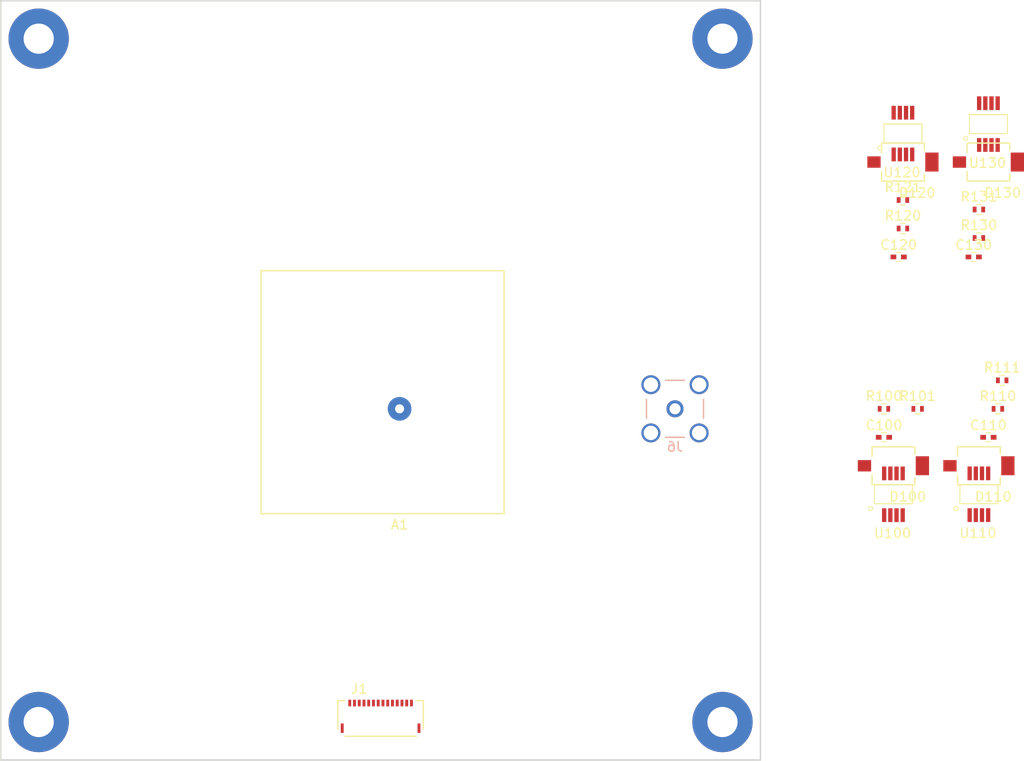
<source format=kicad_pcb>
(kicad_pcb (version 4) (host pcbnew 4.0.7-e2-6376~58~ubuntu16.04.1)

  (general
    (links 62)
    (no_connects 22)
    (area 109.924999 59.924999 190.075001 140.075001)
    (thickness 1.6)
    (drawings 4)
    (tracks 0)
    (zones 0)
    (modules 27)
    (nets 18)
  )

  (page A4)
  (layers
    (0 F.Cu signal)
    (31 B.Cu signal)
    (32 B.Adhes user)
    (33 F.Adhes user)
    (34 B.Paste user)
    (35 F.Paste user)
    (36 B.SilkS user)
    (37 F.SilkS user)
    (38 B.Mask user)
    (39 F.Mask user)
    (40 Dwgs.User user)
    (41 Cmts.User user)
    (42 Eco1.User user)
    (43 Eco2.User user)
    (44 Edge.Cuts user)
    (45 Margin user)
    (46 B.CrtYd user)
    (47 F.CrtYd user)
    (48 B.Fab user)
    (49 F.Fab user)
  )

  (setup
    (last_trace_width 0.25)
    (trace_clearance 0.2)
    (zone_clearance 0.508)
    (zone_45_only no)
    (trace_min 0.2)
    (segment_width 0.2)
    (edge_width 0.15)
    (via_size 0.6)
    (via_drill 0.4)
    (via_min_size 0.4)
    (via_min_drill 0.3)
    (uvia_size 0.3)
    (uvia_drill 0.1)
    (uvias_allowed no)
    (uvia_min_size 0.2)
    (uvia_min_drill 0.1)
    (pcb_text_width 0.3)
    (pcb_text_size 1.5 1.5)
    (mod_edge_width 0.15)
    (mod_text_size 1 1)
    (mod_text_width 0.15)
    (pad_size 1.524 1.524)
    (pad_drill 0.762)
    (pad_to_mask_clearance 0.2)
    (aux_axis_origin 0 0)
    (visible_elements FFFFFF7F)
    (pcbplotparams
      (layerselection 0x00030_80000001)
      (usegerberextensions false)
      (excludeedgelayer true)
      (linewidth 0.100000)
      (plotframeref false)
      (viasonmask false)
      (mode 1)
      (useauxorigin false)
      (hpglpennumber 1)
      (hpglpenspeed 20)
      (hpglpendiameter 15)
      (hpglpenoverlay 2)
      (psnegative false)
      (psa4output false)
      (plotreference true)
      (plotvalue true)
      (plotinvisibletext false)
      (padsonsilk false)
      (subtractmaskfromsilk false)
      (outputformat 1)
      (mirror false)
      (drillshape 1)
      (scaleselection 1)
      (outputdirectory ""))
  )

  (net 0 "")
  (net 1 "Net-(A1-Pad1)")
  (net 2 /D1)
  (net 3 "Net-(C100-Pad2)")
  (net 4 /D2)
  (net 5 "Net-(C110-Pad2)")
  (net 6 /D3)
  (net 7 "Net-(C120-Pad2)")
  (net 8 /D4)
  (net 9 "Net-(C130-Pad2)")
  (net 10 GND)
  (net 11 "Net-(J1-Pad5)")
  (net 12 "Net-(J1-Pad4)")
  (net 13 "Net-(J1-Pad3)")
  (net 14 /3V3)
  (net 15 "Net-(J1-Pad11)")
  (net 16 "Net-(J1-Pad12)")
  (net 17 "Net-(J1-Pad10)")

  (net_class Default "This is the default net class."
    (clearance 0.2)
    (trace_width 0.25)
    (via_dia 0.6)
    (via_drill 0.4)
    (uvia_dia 0.3)
    (uvia_drill 0.1)
    (add_net /3V3)
    (add_net /D1)
    (add_net /D2)
    (add_net /D3)
    (add_net /D4)
    (add_net GND)
    (add_net "Net-(A1-Pad1)")
    (add_net "Net-(C100-Pad2)")
    (add_net "Net-(C110-Pad2)")
    (add_net "Net-(C120-Pad2)")
    (add_net "Net-(C130-Pad2)")
    (add_net "Net-(J1-Pad10)")
    (add_net "Net-(J1-Pad11)")
    (add_net "Net-(J1-Pad12)")
    (add_net "Net-(J1-Pad3)")
    (add_net "Net-(J1-Pad4)")
    (add_net "Net-(J1-Pad5)")
  )

  (module SFUSat:GPS_ANT_4mm (layer F.Cu) (tedit 5A8FACB5) (tstamp 5A922F4F)
    (at 152 103)
    (path /5A926FA1)
    (fp_text reference A1 (at 0 12.2) (layer F.SilkS)
      (effects (font (size 1 1) (thickness 0.15)))
    )
    (fp_text value GPS_ANTENNA (at 0 -3.2) (layer F.Fab)
      (effects (font (size 1 1) (thickness 0.15)))
    )
    (fp_line (start 11 -14.55) (end -14.6 -14.55) (layer F.SilkS) (width 0.15))
    (fp_line (start 11 11.05) (end 11 -14.55) (layer F.SilkS) (width 0.15))
    (fp_line (start -14.6 -14.55) (end -14.6 11.05) (layer F.SilkS) (width 0.15))
    (fp_line (start -14.6 11.05) (end 11 11.05) (layer F.SilkS) (width 0.15))
    (pad 1 thru_hole circle (at 0 0) (size 1.524 1.524) (drill 0.95) (layers *.Cu *.Mask)
      (net 1 "Net-(A1-Pad1)") (clearance 2.05))
    (pad 1 smd circle (at 0 0) (size 2.5 2.5) (layers B.Cu B.Mask)
      (net 1 "Net-(A1-Pad1)") (clearance 1.5))
    (model ../../../../../home/tobi/Cubesat/z-panel/KiCad-Lib/SFUSat.pretty/APAE1575R2540BBDB1-T.wrl
      (at (xyz 0 0 0))
      (scale (xyz 1 1 1))
      (rotate (xyz 0 0 0))
    )
  )

  (module Capacitors_SMD:C_0402 (layer F.Cu) (tedit 58AA841A) (tstamp 5A922F55)
    (at 203 106)
    (descr "Capacitor SMD 0402, reflow soldering, AVX (see smccp.pdf)")
    (tags "capacitor 0402")
    (path /5A927253/5A76FE15)
    (attr smd)
    (fp_text reference C100 (at 0 -1.27) (layer F.SilkS)
      (effects (font (size 1 1) (thickness 0.15)))
    )
    (fp_text value 0.1uF (at 0 1.27) (layer F.Fab)
      (effects (font (size 1 1) (thickness 0.15)))
    )
    (fp_text user %R (at 0 -1.27) (layer F.Fab)
      (effects (font (size 1 1) (thickness 0.15)))
    )
    (fp_line (start -0.5 0.25) (end -0.5 -0.25) (layer F.Fab) (width 0.1))
    (fp_line (start 0.5 0.25) (end -0.5 0.25) (layer F.Fab) (width 0.1))
    (fp_line (start 0.5 -0.25) (end 0.5 0.25) (layer F.Fab) (width 0.1))
    (fp_line (start -0.5 -0.25) (end 0.5 -0.25) (layer F.Fab) (width 0.1))
    (fp_line (start 0.25 -0.47) (end -0.25 -0.47) (layer F.SilkS) (width 0.12))
    (fp_line (start -0.25 0.47) (end 0.25 0.47) (layer F.SilkS) (width 0.12))
    (fp_line (start -1 -0.4) (end 1 -0.4) (layer F.CrtYd) (width 0.05))
    (fp_line (start -1 -0.4) (end -1 0.4) (layer F.CrtYd) (width 0.05))
    (fp_line (start 1 0.4) (end 1 -0.4) (layer F.CrtYd) (width 0.05))
    (fp_line (start 1 0.4) (end -1 0.4) (layer F.CrtYd) (width 0.05))
    (pad 1 smd rect (at -0.55 0) (size 0.6 0.5) (layers F.Cu F.Paste F.Mask)
      (net 2 /D1))
    (pad 2 smd rect (at 0.55 0) (size 0.6 0.5) (layers F.Cu F.Paste F.Mask)
      (net 3 "Net-(C100-Pad2)"))
    (model Capacitors_SMD.3dshapes/C_0402.wrl
      (at (xyz 0 0 0))
      (scale (xyz 1 1 1))
      (rotate (xyz 0 0 0))
    )
  )

  (module Capacitors_SMD:C_0402 (layer F.Cu) (tedit 58AA841A) (tstamp 5A922F5B)
    (at 214 106)
    (descr "Capacitor SMD 0402, reflow soldering, AVX (see smccp.pdf)")
    (tags "capacitor 0402")
    (path /5A9279CE/5A76FE15)
    (attr smd)
    (fp_text reference C110 (at 0 -1.27) (layer F.SilkS)
      (effects (font (size 1 1) (thickness 0.15)))
    )
    (fp_text value 0.1uF (at 0 1.27) (layer F.Fab)
      (effects (font (size 1 1) (thickness 0.15)))
    )
    (fp_text user %R (at 0 -1.27) (layer F.Fab)
      (effects (font (size 1 1) (thickness 0.15)))
    )
    (fp_line (start -0.5 0.25) (end -0.5 -0.25) (layer F.Fab) (width 0.1))
    (fp_line (start 0.5 0.25) (end -0.5 0.25) (layer F.Fab) (width 0.1))
    (fp_line (start 0.5 -0.25) (end 0.5 0.25) (layer F.Fab) (width 0.1))
    (fp_line (start -0.5 -0.25) (end 0.5 -0.25) (layer F.Fab) (width 0.1))
    (fp_line (start 0.25 -0.47) (end -0.25 -0.47) (layer F.SilkS) (width 0.12))
    (fp_line (start -0.25 0.47) (end 0.25 0.47) (layer F.SilkS) (width 0.12))
    (fp_line (start -1 -0.4) (end 1 -0.4) (layer F.CrtYd) (width 0.05))
    (fp_line (start -1 -0.4) (end -1 0.4) (layer F.CrtYd) (width 0.05))
    (fp_line (start 1 0.4) (end 1 -0.4) (layer F.CrtYd) (width 0.05))
    (fp_line (start 1 0.4) (end -1 0.4) (layer F.CrtYd) (width 0.05))
    (pad 1 smd rect (at -0.55 0) (size 0.6 0.5) (layers F.Cu F.Paste F.Mask)
      (net 4 /D2))
    (pad 2 smd rect (at 0.55 0) (size 0.6 0.5) (layers F.Cu F.Paste F.Mask)
      (net 5 "Net-(C110-Pad2)"))
    (model Capacitors_SMD.3dshapes/C_0402.wrl
      (at (xyz 0 0 0))
      (scale (xyz 1 1 1))
      (rotate (xyz 0 0 0))
    )
  )

  (module Capacitors_SMD:C_0402 (layer F.Cu) (tedit 58AA841A) (tstamp 5A922F61)
    (at 204.55 87)
    (descr "Capacitor SMD 0402, reflow soldering, AVX (see smccp.pdf)")
    (tags "capacitor 0402")
    (path /5A9312AE/5A76FE15)
    (attr smd)
    (fp_text reference C120 (at 0 -1.27) (layer F.SilkS)
      (effects (font (size 1 1) (thickness 0.15)))
    )
    (fp_text value 0.1uF (at 0 1.27) (layer F.Fab)
      (effects (font (size 1 1) (thickness 0.15)))
    )
    (fp_text user %R (at 0 -1.27) (layer F.Fab)
      (effects (font (size 1 1) (thickness 0.15)))
    )
    (fp_line (start -0.5 0.25) (end -0.5 -0.25) (layer F.Fab) (width 0.1))
    (fp_line (start 0.5 0.25) (end -0.5 0.25) (layer F.Fab) (width 0.1))
    (fp_line (start 0.5 -0.25) (end 0.5 0.25) (layer F.Fab) (width 0.1))
    (fp_line (start -0.5 -0.25) (end 0.5 -0.25) (layer F.Fab) (width 0.1))
    (fp_line (start 0.25 -0.47) (end -0.25 -0.47) (layer F.SilkS) (width 0.12))
    (fp_line (start -0.25 0.47) (end 0.25 0.47) (layer F.SilkS) (width 0.12))
    (fp_line (start -1 -0.4) (end 1 -0.4) (layer F.CrtYd) (width 0.05))
    (fp_line (start -1 -0.4) (end -1 0.4) (layer F.CrtYd) (width 0.05))
    (fp_line (start 1 0.4) (end 1 -0.4) (layer F.CrtYd) (width 0.05))
    (fp_line (start 1 0.4) (end -1 0.4) (layer F.CrtYd) (width 0.05))
    (pad 1 smd rect (at -0.55 0) (size 0.6 0.5) (layers F.Cu F.Paste F.Mask)
      (net 6 /D3))
    (pad 2 smd rect (at 0.55 0) (size 0.6 0.5) (layers F.Cu F.Paste F.Mask)
      (net 7 "Net-(C120-Pad2)"))
    (model Capacitors_SMD.3dshapes/C_0402.wrl
      (at (xyz 0 0 0))
      (scale (xyz 1 1 1))
      (rotate (xyz 0 0 0))
    )
  )

  (module Capacitors_SMD:C_0402 (layer F.Cu) (tedit 58AA841A) (tstamp 5A922F67)
    (at 212.45 87)
    (descr "Capacitor SMD 0402, reflow soldering, AVX (see smccp.pdf)")
    (tags "capacitor 0402")
    (path /5A9312B2/5A76FE15)
    (attr smd)
    (fp_text reference C130 (at 0 -1.27) (layer F.SilkS)
      (effects (font (size 1 1) (thickness 0.15)))
    )
    (fp_text value 0.1uF (at 0 1.27) (layer F.Fab)
      (effects (font (size 1 1) (thickness 0.15)))
    )
    (fp_text user %R (at 0 -1.27) (layer F.Fab)
      (effects (font (size 1 1) (thickness 0.15)))
    )
    (fp_line (start -0.5 0.25) (end -0.5 -0.25) (layer F.Fab) (width 0.1))
    (fp_line (start 0.5 0.25) (end -0.5 0.25) (layer F.Fab) (width 0.1))
    (fp_line (start 0.5 -0.25) (end 0.5 0.25) (layer F.Fab) (width 0.1))
    (fp_line (start -0.5 -0.25) (end 0.5 -0.25) (layer F.Fab) (width 0.1))
    (fp_line (start 0.25 -0.47) (end -0.25 -0.47) (layer F.SilkS) (width 0.12))
    (fp_line (start -0.25 0.47) (end 0.25 0.47) (layer F.SilkS) (width 0.12))
    (fp_line (start -1 -0.4) (end 1 -0.4) (layer F.CrtYd) (width 0.05))
    (fp_line (start -1 -0.4) (end -1 0.4) (layer F.CrtYd) (width 0.05))
    (fp_line (start 1 0.4) (end 1 -0.4) (layer F.CrtYd) (width 0.05))
    (fp_line (start 1 0.4) (end -1 0.4) (layer F.CrtYd) (width 0.05))
    (pad 1 smd rect (at -0.55 0) (size 0.6 0.5) (layers F.Cu F.Paste F.Mask)
      (net 8 /D4))
    (pad 2 smd rect (at 0.55 0) (size 0.6 0.5) (layers F.Cu F.Paste F.Mask)
      (net 9 "Net-(C130-Pad2)"))
    (model Capacitors_SMD.3dshapes/C_0402.wrl
      (at (xyz 0 0 0))
      (scale (xyz 1 1 1))
      (rotate (xyz 0 0 0))
    )
  )

  (module SFUSat:SFH2430 (layer F.Cu) (tedit 5A72BCD3) (tstamp 5A922F77)
    (at 204 109)
    (path /5A927253/5A76FB31)
    (fp_text reference D100 (at 1.5 3.25) (layer F.SilkS)
      (effects (font (size 1 1) (thickness 0.15)))
    )
    (fp_text value D_Photo (at 0 -3) (layer F.Fab)
      (effects (font (size 1 1) (thickness 0.15)))
    )
    (fp_line (start 0.75 -1.25) (end -1.75 -1.25) (layer F.CrtYd) (width 0.15))
    (fp_line (start 0.75 1.25) (end 0.75 -1.25) (layer F.CrtYd) (width 0.15))
    (fp_line (start -1.75 1.25) (end 0.75 1.25) (layer F.CrtYd) (width 0.15))
    (fp_line (start -1.75 -1.25) (end -1.75 1.25) (layer F.CrtYd) (width 0.15))
    (fp_line (start 2.25 1.25) (end 2.25 2) (layer F.SilkS) (width 0.15))
    (fp_line (start 2.25 -2) (end 2.25 -1.25) (layer F.SilkS) (width 0.15))
    (fp_line (start -2.25 -1) (end -2.25 -2) (layer F.SilkS) (width 0.15))
    (fp_line (start -2.25 2) (end -2.25 1) (layer F.SilkS) (width 0.15))
    (fp_line (start -2.25 -2) (end 2.25 -2) (layer F.SilkS) (width 0.15))
    (fp_line (start -2.25 2) (end 2.25 2) (layer F.SilkS) (width 0.15))
    (pad 2 smd rect (at -3.05 0) (size 1.4 1.2) (layers F.Cu F.Paste F.Mask)
      (net 10 GND))
    (pad 1 smd rect (at 3.05 0) (size 1.4 2) (layers F.Cu F.Paste F.Mask)
      (net 3 "Net-(C100-Pad2)"))
  )

  (module SFUSat:SFH2430 (layer F.Cu) (tedit 5A72BCD3) (tstamp 5A922F87)
    (at 213 109)
    (path /5A9279CE/5A76FB31)
    (fp_text reference D110 (at 1.5 3.25) (layer F.SilkS)
      (effects (font (size 1 1) (thickness 0.15)))
    )
    (fp_text value D_Photo (at 0 -3) (layer F.Fab)
      (effects (font (size 1 1) (thickness 0.15)))
    )
    (fp_line (start 0.75 -1.25) (end -1.75 -1.25) (layer F.CrtYd) (width 0.15))
    (fp_line (start 0.75 1.25) (end 0.75 -1.25) (layer F.CrtYd) (width 0.15))
    (fp_line (start -1.75 1.25) (end 0.75 1.25) (layer F.CrtYd) (width 0.15))
    (fp_line (start -1.75 -1.25) (end -1.75 1.25) (layer F.CrtYd) (width 0.15))
    (fp_line (start 2.25 1.25) (end 2.25 2) (layer F.SilkS) (width 0.15))
    (fp_line (start 2.25 -2) (end 2.25 -1.25) (layer F.SilkS) (width 0.15))
    (fp_line (start -2.25 -1) (end -2.25 -2) (layer F.SilkS) (width 0.15))
    (fp_line (start -2.25 2) (end -2.25 1) (layer F.SilkS) (width 0.15))
    (fp_line (start -2.25 -2) (end 2.25 -2) (layer F.SilkS) (width 0.15))
    (fp_line (start -2.25 2) (end 2.25 2) (layer F.SilkS) (width 0.15))
    (pad 2 smd rect (at -3.05 0) (size 1.4 1.2) (layers F.Cu F.Paste F.Mask)
      (net 10 GND))
    (pad 1 smd rect (at 3.05 0) (size 1.4 2) (layers F.Cu F.Paste F.Mask)
      (net 5 "Net-(C110-Pad2)"))
  )

  (module SFUSat:SFH2430 (layer F.Cu) (tedit 5A72BCD3) (tstamp 5A922F97)
    (at 205 77)
    (path /5A9312AE/5A76FB31)
    (fp_text reference D120 (at 1.5 3.25) (layer F.SilkS)
      (effects (font (size 1 1) (thickness 0.15)))
    )
    (fp_text value D_Photo (at 0 -3) (layer F.Fab)
      (effects (font (size 1 1) (thickness 0.15)))
    )
    (fp_line (start 0.75 -1.25) (end -1.75 -1.25) (layer F.CrtYd) (width 0.15))
    (fp_line (start 0.75 1.25) (end 0.75 -1.25) (layer F.CrtYd) (width 0.15))
    (fp_line (start -1.75 1.25) (end 0.75 1.25) (layer F.CrtYd) (width 0.15))
    (fp_line (start -1.75 -1.25) (end -1.75 1.25) (layer F.CrtYd) (width 0.15))
    (fp_line (start 2.25 1.25) (end 2.25 2) (layer F.SilkS) (width 0.15))
    (fp_line (start 2.25 -2) (end 2.25 -1.25) (layer F.SilkS) (width 0.15))
    (fp_line (start -2.25 -1) (end -2.25 -2) (layer F.SilkS) (width 0.15))
    (fp_line (start -2.25 2) (end -2.25 1) (layer F.SilkS) (width 0.15))
    (fp_line (start -2.25 -2) (end 2.25 -2) (layer F.SilkS) (width 0.15))
    (fp_line (start -2.25 2) (end 2.25 2) (layer F.SilkS) (width 0.15))
    (pad 2 smd rect (at -3.05 0) (size 1.4 1.2) (layers F.Cu F.Paste F.Mask)
      (net 10 GND))
    (pad 1 smd rect (at 3.05 0) (size 1.4 2) (layers F.Cu F.Paste F.Mask)
      (net 7 "Net-(C120-Pad2)"))
  )

  (module SFUSat:SFH2430 (layer F.Cu) (tedit 5A72BCD3) (tstamp 5A922FA7)
    (at 214 77)
    (path /5A9312B2/5A76FB31)
    (fp_text reference D130 (at 1.5 3.25) (layer F.SilkS)
      (effects (font (size 1 1) (thickness 0.15)))
    )
    (fp_text value D_Photo (at 0 -3) (layer F.Fab)
      (effects (font (size 1 1) (thickness 0.15)))
    )
    (fp_line (start 0.75 -1.25) (end -1.75 -1.25) (layer F.CrtYd) (width 0.15))
    (fp_line (start 0.75 1.25) (end 0.75 -1.25) (layer F.CrtYd) (width 0.15))
    (fp_line (start -1.75 1.25) (end 0.75 1.25) (layer F.CrtYd) (width 0.15))
    (fp_line (start -1.75 -1.25) (end -1.75 1.25) (layer F.CrtYd) (width 0.15))
    (fp_line (start 2.25 1.25) (end 2.25 2) (layer F.SilkS) (width 0.15))
    (fp_line (start 2.25 -2) (end 2.25 -1.25) (layer F.SilkS) (width 0.15))
    (fp_line (start -2.25 -1) (end -2.25 -2) (layer F.SilkS) (width 0.15))
    (fp_line (start -2.25 2) (end -2.25 1) (layer F.SilkS) (width 0.15))
    (fp_line (start -2.25 -2) (end 2.25 -2) (layer F.SilkS) (width 0.15))
    (fp_line (start -2.25 2) (end 2.25 2) (layer F.SilkS) (width 0.15))
    (pad 2 smd rect (at -3.05 0) (size 1.4 1.2) (layers F.Cu F.Paste F.Mask)
      (net 10 GND))
    (pad 1 smd rect (at 3.05 0) (size 1.4 2) (layers F.Cu F.Paste F.Mask)
      (net 9 "Net-(C130-Pad2)"))
  )

  (module SFUSat:MOLEX_FFC-14 (layer F.Cu) (tedit 5A72AFEF) (tstamp 5A922FC2)
    (at 150 134)
    (path /5A926C48)
    (fp_text reference J1 (at -2.25 -1.5) (layer F.SilkS)
      (effects (font (size 1 1) (thickness 0.15)))
    )
    (fp_text value MOLEX_FFC-14 (at 0.25 5.25) (layer F.Fab)
      (effects (font (size 1 1) (thickness 0.15)))
    )
    (fp_line (start -3.75 3.5) (end 3.75 3.5) (layer F.SilkS) (width 0.15))
    (fp_line (start -4.5 -0.25) (end -4.5 2.75) (layer F.SilkS) (width 0.15))
    (fp_line (start -3.75 -0.25) (end -4.5 -0.25) (layer F.SilkS) (width 0.15))
    (fp_line (start 4.5 -0.25) (end 4.5 2.75) (layer F.SilkS) (width 0.15))
    (fp_line (start 4.25 -0.25) (end 4.5 -0.25) (layer F.SilkS) (width 0.15))
    (fp_line (start 4 -0.25) (end 4.25 -0.25) (layer F.SilkS) (width 0.15))
    (fp_line (start 3.75 -0.25) (end 4 -0.25) (layer F.SilkS) (width 0.15))
    (pad 7 smd rect (at -0.25 0) (size 0.3 0.7) (layers F.Cu F.Paste F.Mask)
      (net 4 /D2))
    (pad 6 smd rect (at -0.75 0) (size 0.3 0.7) (layers F.Cu F.Paste F.Mask)
      (net 2 /D1))
    (pad 5 smd rect (at -1.25 0) (size 0.3 0.7) (layers F.Cu F.Paste F.Mask)
      (net 11 "Net-(J1-Pad5)"))
    (pad 4 smd rect (at -1.75 0) (size 0.3 0.7) (layers F.Cu F.Paste F.Mask)
      (net 12 "Net-(J1-Pad4)"))
    (pad 3 smd rect (at -2.25 0) (size 0.3 0.7) (layers F.Cu F.Paste F.Mask)
      (net 13 "Net-(J1-Pad3)"))
    (pad 2 smd rect (at -2.75 0) (size 0.3 0.7) (layers F.Cu F.Paste F.Mask)
      (net 10 GND))
    (pad 1 smd rect (at -3.25 0) (size 0.3 0.7) (layers F.Cu F.Paste F.Mask)
      (net 14 /3V3))
    (pad 14 smd rect (at 3.25 0) (size 0.3 0.7) (layers F.Cu F.Paste F.Mask)
      (net 14 /3V3))
    (pad 11 smd rect (at 1.75 0) (size 0.3 0.7) (layers F.Cu F.Paste F.Mask)
      (net 15 "Net-(J1-Pad11)"))
    (pad 12 smd rect (at 2.25 0) (size 0.3 0.7) (layers F.Cu F.Paste F.Mask)
      (net 16 "Net-(J1-Pad12)"))
    (pad 13 smd rect (at 2.75 0) (size 0.3 0.7) (layers F.Cu F.Paste F.Mask)
      (net 10 GND))
    (pad 10 smd rect (at 1.25 0) (size 0.3 0.7) (layers F.Cu F.Paste F.Mask)
      (net 17 "Net-(J1-Pad10)"))
    (pad 9 smd rect (at 0.75 0) (size 0.3 0.7) (layers F.Cu F.Paste F.Mask)
      (net 8 /D4))
    (pad 8 smd rect (at 0.25 0) (size 0.3 0.7) (layers F.Cu F.Paste F.Mask)
      (net 6 /D3))
    (pad SHLD smd rect (at -4.04 2.65) (size 0.3 1) (layers F.Cu F.Paste F.Mask)
      (net 10 GND))
    (pad SHLD smd rect (at 4.04 2.65) (size 0.3 1) (layers F.Cu F.Paste F.Mask)
      (net 10 GND))
    (model ../../../../../home/tobi/Cubesat/z-panel/KiCad-Lib/SFUSat.pretty/5034801400_sp.wrl
      (at (xyz 0 0 0))
      (scale (xyz 1 1 1))
      (rotate (xyz 0 0 0))
    )
  )

  (module SFUSat:PC104PTH (layer F.Cu) (tedit 59220F68) (tstamp 5A922FC7)
    (at 114 136)
    (path /5A926D1D)
    (fp_text reference J2 (at 0 5.08) (layer F.SilkS) hide
      (effects (font (size 1 1) (thickness 0.15)))
    )
    (fp_text value PC104PTH (at 0 -3.81) (layer F.Fab) hide
      (effects (font (size 1 1) (thickness 0.15)))
    )
    (pad 1 thru_hole circle (at 0 0) (size 6.35 6.35) (drill 3.18) (layers *.Cu *.Mask)
      (net 10 GND))
  )

  (module SFUSat:PC104PTH (layer F.Cu) (tedit 59220F68) (tstamp 5A922FCC)
    (at 186 136)
    (path /5A926E74)
    (fp_text reference J3 (at 0 5.08) (layer F.SilkS) hide
      (effects (font (size 1 1) (thickness 0.15)))
    )
    (fp_text value PC104PTH (at 0 -3.81) (layer F.Fab) hide
      (effects (font (size 1 1) (thickness 0.15)))
    )
    (pad 1 thru_hole circle (at 0 0) (size 6.35 6.35) (drill 3.18) (layers *.Cu *.Mask)
      (net 10 GND))
  )

  (module SFUSat:PC104PTH (layer F.Cu) (tedit 59220F68) (tstamp 5A922FD1)
    (at 114 64)
    (path /5A926EB9)
    (fp_text reference J4 (at 0 5.08) (layer F.SilkS) hide
      (effects (font (size 1 1) (thickness 0.15)))
    )
    (fp_text value PC104PTH (at 0 -3.81) (layer F.Fab) hide
      (effects (font (size 1 1) (thickness 0.15)))
    )
    (pad 1 thru_hole circle (at 0 0) (size 6.35 6.35) (drill 3.18) (layers *.Cu *.Mask)
      (net 10 GND))
  )

  (module SFUSat:PC104PTH (layer F.Cu) (tedit 59220F68) (tstamp 5A922FD6)
    (at 186 64)
    (path /5A926EF3)
    (fp_text reference J5 (at 0 5.08) (layer F.SilkS) hide
      (effects (font (size 1 1) (thickness 0.15)))
    )
    (fp_text value PC104PTH (at 0 -3.81) (layer F.Fab) hide
      (effects (font (size 1 1) (thickness 0.15)))
    )
    (pad 1 thru_hole circle (at 0 0) (size 6.35 6.35) (drill 3.18) (layers *.Cu *.Mask)
      (net 10 GND))
  )

  (module SFUSat:MCX (layer B.Cu) (tedit 5A92232A) (tstamp 5A922FEB)
    (at 181 103)
    (path /5A92B7D3)
    (fp_text reference J6 (at 0 4) (layer B.SilkS)
      (effects (font (size 1 1) (thickness 0.15)) (justify mirror))
    )
    (fp_text value SMA (at 0 -5) (layer B.Fab)
      (effects (font (size 1 1) (thickness 0.15)) (justify mirror))
    )
    (fp_line (start -3 3) (end -3 1) (layer B.Fab) (width 0.15))
    (fp_line (start -1 3) (end -3 3) (layer B.Fab) (width 0.15))
    (fp_line (start 3 3) (end 1 3) (layer B.Fab) (width 0.15))
    (fp_line (start 3 1) (end 3 3) (layer B.Fab) (width 0.15))
    (fp_line (start 3 -3) (end 3 -1) (layer B.Fab) (width 0.15))
    (fp_line (start 1 -3) (end 3 -3) (layer B.Fab) (width 0.15))
    (fp_line (start -3 -3) (end -1 -3) (layer B.Fab) (width 0.15))
    (fp_line (start -3 -1) (end -3 -3) (layer B.Fab) (width 0.15))
    (fp_line (start -1 -3) (end 1 -3) (layer B.SilkS) (width 0.15))
    (fp_line (start -3 1) (end -3 -1) (layer B.SilkS) (width 0.15))
    (fp_line (start 3 1) (end 3 -1) (layer B.SilkS) (width 0.15))
    (fp_line (start -1 3) (end 1 3) (layer B.SilkS) (width 0.15))
    (pad 2 thru_hole circle (at -2.54 2.54) (size 2 2) (drill 1.52) (layers *.Cu *.Mask)
      (net 10 GND))
    (pad 1 thru_hole circle (at 0 0) (size 1.8 1.8) (drill 1.17) (layers *.Cu *.Mask)
      (net 1 "Net-(A1-Pad1)"))
    (pad 2 thru_hole circle (at -2.54 -2.54) (size 2 2) (drill 1.52) (layers *.Cu *.Mask)
      (net 10 GND))
    (pad 2 thru_hole circle (at 2.54 -2.54) (size 2 2) (drill 1.52) (layers *.Cu *.Mask)
      (net 10 GND))
    (pad 2 thru_hole circle (at 2.54 2.54) (size 2 2) (drill 1.52) (layers *.Cu *.Mask)
      (net 10 GND))
    (model ../../../../../home/tobi/Cubesat/z-panel/KiCad-Lib/SFUSat.pretty/733660061.wrl
      (at (xyz 0 0 0))
      (scale (xyz 1 1 1))
      (rotate (xyz 0 0 0))
    )
  )

  (module Resistors_SMD:R_0402 (layer F.Cu) (tedit 58E0A804) (tstamp 5A922FF1)
    (at 203 103)
    (descr "Resistor SMD 0402, reflow soldering, Vishay (see dcrcw.pdf)")
    (tags "resistor 0402")
    (path /5A927253/5A76FD19)
    (attr smd)
    (fp_text reference R100 (at 0 -1.35) (layer F.SilkS)
      (effects (font (size 1 1) (thickness 0.15)))
    )
    (fp_text value 2K2 (at 0 1.45) (layer F.Fab)
      (effects (font (size 1 1) (thickness 0.15)))
    )
    (fp_text user %R (at 0 -1.35) (layer F.Fab)
      (effects (font (size 1 1) (thickness 0.15)))
    )
    (fp_line (start -0.5 0.25) (end -0.5 -0.25) (layer F.Fab) (width 0.1))
    (fp_line (start 0.5 0.25) (end -0.5 0.25) (layer F.Fab) (width 0.1))
    (fp_line (start 0.5 -0.25) (end 0.5 0.25) (layer F.Fab) (width 0.1))
    (fp_line (start -0.5 -0.25) (end 0.5 -0.25) (layer F.Fab) (width 0.1))
    (fp_line (start 0.25 -0.53) (end -0.25 -0.53) (layer F.SilkS) (width 0.12))
    (fp_line (start -0.25 0.53) (end 0.25 0.53) (layer F.SilkS) (width 0.12))
    (fp_line (start -0.8 -0.45) (end 0.8 -0.45) (layer F.CrtYd) (width 0.05))
    (fp_line (start -0.8 -0.45) (end -0.8 0.45) (layer F.CrtYd) (width 0.05))
    (fp_line (start 0.8 0.45) (end 0.8 -0.45) (layer F.CrtYd) (width 0.05))
    (fp_line (start 0.8 0.45) (end -0.8 0.45) (layer F.CrtYd) (width 0.05))
    (pad 1 smd rect (at -0.45 0) (size 0.4 0.6) (layers F.Cu F.Paste F.Mask)
      (net 2 /D1))
    (pad 2 smd rect (at 0.45 0) (size 0.4 0.6) (layers F.Cu F.Paste F.Mask)
      (net 3 "Net-(C100-Pad2)"))
    (model ${KISYS3DMOD}/Resistors_SMD.3dshapes/R_0402.wrl
      (at (xyz 0 0 0))
      (scale (xyz 1 1 1))
      (rotate (xyz 0 0 0))
    )
  )

  (module Resistors_SMD:R_0402 (layer F.Cu) (tedit 58E0A804) (tstamp 5A922FF7)
    (at 206.55 103)
    (descr "Resistor SMD 0402, reflow soldering, Vishay (see dcrcw.pdf)")
    (tags "resistor 0402")
    (path /5A927253/5A76FDEE)
    (attr smd)
    (fp_text reference R101 (at 0 -1.35) (layer F.SilkS)
      (effects (font (size 1 1) (thickness 0.15)))
    )
    (fp_text value DNP (at 0 1.45) (layer F.Fab)
      (effects (font (size 1 1) (thickness 0.15)))
    )
    (fp_text user %R (at 0 -1.35) (layer F.Fab)
      (effects (font (size 1 1) (thickness 0.15)))
    )
    (fp_line (start -0.5 0.25) (end -0.5 -0.25) (layer F.Fab) (width 0.1))
    (fp_line (start 0.5 0.25) (end -0.5 0.25) (layer F.Fab) (width 0.1))
    (fp_line (start 0.5 -0.25) (end 0.5 0.25) (layer F.Fab) (width 0.1))
    (fp_line (start -0.5 -0.25) (end 0.5 -0.25) (layer F.Fab) (width 0.1))
    (fp_line (start 0.25 -0.53) (end -0.25 -0.53) (layer F.SilkS) (width 0.12))
    (fp_line (start -0.25 0.53) (end 0.25 0.53) (layer F.SilkS) (width 0.12))
    (fp_line (start -0.8 -0.45) (end 0.8 -0.45) (layer F.CrtYd) (width 0.05))
    (fp_line (start -0.8 -0.45) (end -0.8 0.45) (layer F.CrtYd) (width 0.05))
    (fp_line (start 0.8 0.45) (end 0.8 -0.45) (layer F.CrtYd) (width 0.05))
    (fp_line (start 0.8 0.45) (end -0.8 0.45) (layer F.CrtYd) (width 0.05))
    (pad 1 smd rect (at -0.45 0) (size 0.4 0.6) (layers F.Cu F.Paste F.Mask)
      (net 2 /D1))
    (pad 2 smd rect (at 0.45 0) (size 0.4 0.6) (layers F.Cu F.Paste F.Mask)
      (net 10 GND))
    (model ${KISYS3DMOD}/Resistors_SMD.3dshapes/R_0402.wrl
      (at (xyz 0 0 0))
      (scale (xyz 1 1 1))
      (rotate (xyz 0 0 0))
    )
  )

  (module Resistors_SMD:R_0402 (layer F.Cu) (tedit 58E0A804) (tstamp 5A922FFD)
    (at 215 103)
    (descr "Resistor SMD 0402, reflow soldering, Vishay (see dcrcw.pdf)")
    (tags "resistor 0402")
    (path /5A9279CE/5A76FD19)
    (attr smd)
    (fp_text reference R110 (at 0 -1.35) (layer F.SilkS)
      (effects (font (size 1 1) (thickness 0.15)))
    )
    (fp_text value 2K2 (at 0 1.45) (layer F.Fab)
      (effects (font (size 1 1) (thickness 0.15)))
    )
    (fp_text user %R (at 0 -1.35) (layer F.Fab)
      (effects (font (size 1 1) (thickness 0.15)))
    )
    (fp_line (start -0.5 0.25) (end -0.5 -0.25) (layer F.Fab) (width 0.1))
    (fp_line (start 0.5 0.25) (end -0.5 0.25) (layer F.Fab) (width 0.1))
    (fp_line (start 0.5 -0.25) (end 0.5 0.25) (layer F.Fab) (width 0.1))
    (fp_line (start -0.5 -0.25) (end 0.5 -0.25) (layer F.Fab) (width 0.1))
    (fp_line (start 0.25 -0.53) (end -0.25 -0.53) (layer F.SilkS) (width 0.12))
    (fp_line (start -0.25 0.53) (end 0.25 0.53) (layer F.SilkS) (width 0.12))
    (fp_line (start -0.8 -0.45) (end 0.8 -0.45) (layer F.CrtYd) (width 0.05))
    (fp_line (start -0.8 -0.45) (end -0.8 0.45) (layer F.CrtYd) (width 0.05))
    (fp_line (start 0.8 0.45) (end 0.8 -0.45) (layer F.CrtYd) (width 0.05))
    (fp_line (start 0.8 0.45) (end -0.8 0.45) (layer F.CrtYd) (width 0.05))
    (pad 1 smd rect (at -0.45 0) (size 0.4 0.6) (layers F.Cu F.Paste F.Mask)
      (net 4 /D2))
    (pad 2 smd rect (at 0.45 0) (size 0.4 0.6) (layers F.Cu F.Paste F.Mask)
      (net 5 "Net-(C110-Pad2)"))
    (model ${KISYS3DMOD}/Resistors_SMD.3dshapes/R_0402.wrl
      (at (xyz 0 0 0))
      (scale (xyz 1 1 1))
      (rotate (xyz 0 0 0))
    )
  )

  (module Resistors_SMD:R_0402 (layer F.Cu) (tedit 58E0A804) (tstamp 5A923003)
    (at 215.45 100)
    (descr "Resistor SMD 0402, reflow soldering, Vishay (see dcrcw.pdf)")
    (tags "resistor 0402")
    (path /5A9279CE/5A76FDEE)
    (attr smd)
    (fp_text reference R111 (at 0 -1.35) (layer F.SilkS)
      (effects (font (size 1 1) (thickness 0.15)))
    )
    (fp_text value DNP (at 0 1.45) (layer F.Fab)
      (effects (font (size 1 1) (thickness 0.15)))
    )
    (fp_text user %R (at 0 -1.35) (layer F.Fab)
      (effects (font (size 1 1) (thickness 0.15)))
    )
    (fp_line (start -0.5 0.25) (end -0.5 -0.25) (layer F.Fab) (width 0.1))
    (fp_line (start 0.5 0.25) (end -0.5 0.25) (layer F.Fab) (width 0.1))
    (fp_line (start 0.5 -0.25) (end 0.5 0.25) (layer F.Fab) (width 0.1))
    (fp_line (start -0.5 -0.25) (end 0.5 -0.25) (layer F.Fab) (width 0.1))
    (fp_line (start 0.25 -0.53) (end -0.25 -0.53) (layer F.SilkS) (width 0.12))
    (fp_line (start -0.25 0.53) (end 0.25 0.53) (layer F.SilkS) (width 0.12))
    (fp_line (start -0.8 -0.45) (end 0.8 -0.45) (layer F.CrtYd) (width 0.05))
    (fp_line (start -0.8 -0.45) (end -0.8 0.45) (layer F.CrtYd) (width 0.05))
    (fp_line (start 0.8 0.45) (end 0.8 -0.45) (layer F.CrtYd) (width 0.05))
    (fp_line (start 0.8 0.45) (end -0.8 0.45) (layer F.CrtYd) (width 0.05))
    (pad 1 smd rect (at -0.45 0) (size 0.4 0.6) (layers F.Cu F.Paste F.Mask)
      (net 4 /D2))
    (pad 2 smd rect (at 0.45 0) (size 0.4 0.6) (layers F.Cu F.Paste F.Mask)
      (net 10 GND))
    (model ${KISYS3DMOD}/Resistors_SMD.3dshapes/R_0402.wrl
      (at (xyz 0 0 0))
      (scale (xyz 1 1 1))
      (rotate (xyz 0 0 0))
    )
  )

  (module Resistors_SMD:R_0402 (layer F.Cu) (tedit 58E0A804) (tstamp 5A923009)
    (at 205 84)
    (descr "Resistor SMD 0402, reflow soldering, Vishay (see dcrcw.pdf)")
    (tags "resistor 0402")
    (path /5A9312AE/5A76FD19)
    (attr smd)
    (fp_text reference R120 (at 0 -1.35) (layer F.SilkS)
      (effects (font (size 1 1) (thickness 0.15)))
    )
    (fp_text value 2K2 (at 0 1.45) (layer F.Fab)
      (effects (font (size 1 1) (thickness 0.15)))
    )
    (fp_text user %R (at 0 -1.35) (layer F.Fab)
      (effects (font (size 1 1) (thickness 0.15)))
    )
    (fp_line (start -0.5 0.25) (end -0.5 -0.25) (layer F.Fab) (width 0.1))
    (fp_line (start 0.5 0.25) (end -0.5 0.25) (layer F.Fab) (width 0.1))
    (fp_line (start 0.5 -0.25) (end 0.5 0.25) (layer F.Fab) (width 0.1))
    (fp_line (start -0.5 -0.25) (end 0.5 -0.25) (layer F.Fab) (width 0.1))
    (fp_line (start 0.25 -0.53) (end -0.25 -0.53) (layer F.SilkS) (width 0.12))
    (fp_line (start -0.25 0.53) (end 0.25 0.53) (layer F.SilkS) (width 0.12))
    (fp_line (start -0.8 -0.45) (end 0.8 -0.45) (layer F.CrtYd) (width 0.05))
    (fp_line (start -0.8 -0.45) (end -0.8 0.45) (layer F.CrtYd) (width 0.05))
    (fp_line (start 0.8 0.45) (end 0.8 -0.45) (layer F.CrtYd) (width 0.05))
    (fp_line (start 0.8 0.45) (end -0.8 0.45) (layer F.CrtYd) (width 0.05))
    (pad 1 smd rect (at -0.45 0) (size 0.4 0.6) (layers F.Cu F.Paste F.Mask)
      (net 6 /D3))
    (pad 2 smd rect (at 0.45 0) (size 0.4 0.6) (layers F.Cu F.Paste F.Mask)
      (net 7 "Net-(C120-Pad2)"))
    (model ${KISYS3DMOD}/Resistors_SMD.3dshapes/R_0402.wrl
      (at (xyz 0 0 0))
      (scale (xyz 1 1 1))
      (rotate (xyz 0 0 0))
    )
  )

  (module Resistors_SMD:R_0402 (layer F.Cu) (tedit 58E0A804) (tstamp 5A92300F)
    (at 205 81)
    (descr "Resistor SMD 0402, reflow soldering, Vishay (see dcrcw.pdf)")
    (tags "resistor 0402")
    (path /5A9312AE/5A76FDEE)
    (attr smd)
    (fp_text reference R121 (at 0 -1.35) (layer F.SilkS)
      (effects (font (size 1 1) (thickness 0.15)))
    )
    (fp_text value DNP (at 0 1.45) (layer F.Fab)
      (effects (font (size 1 1) (thickness 0.15)))
    )
    (fp_text user %R (at 0 -1.35) (layer F.Fab)
      (effects (font (size 1 1) (thickness 0.15)))
    )
    (fp_line (start -0.5 0.25) (end -0.5 -0.25) (layer F.Fab) (width 0.1))
    (fp_line (start 0.5 0.25) (end -0.5 0.25) (layer F.Fab) (width 0.1))
    (fp_line (start 0.5 -0.25) (end 0.5 0.25) (layer F.Fab) (width 0.1))
    (fp_line (start -0.5 -0.25) (end 0.5 -0.25) (layer F.Fab) (width 0.1))
    (fp_line (start 0.25 -0.53) (end -0.25 -0.53) (layer F.SilkS) (width 0.12))
    (fp_line (start -0.25 0.53) (end 0.25 0.53) (layer F.SilkS) (width 0.12))
    (fp_line (start -0.8 -0.45) (end 0.8 -0.45) (layer F.CrtYd) (width 0.05))
    (fp_line (start -0.8 -0.45) (end -0.8 0.45) (layer F.CrtYd) (width 0.05))
    (fp_line (start 0.8 0.45) (end 0.8 -0.45) (layer F.CrtYd) (width 0.05))
    (fp_line (start 0.8 0.45) (end -0.8 0.45) (layer F.CrtYd) (width 0.05))
    (pad 1 smd rect (at -0.45 0) (size 0.4 0.6) (layers F.Cu F.Paste F.Mask)
      (net 6 /D3))
    (pad 2 smd rect (at 0.45 0) (size 0.4 0.6) (layers F.Cu F.Paste F.Mask)
      (net 10 GND))
    (model ${KISYS3DMOD}/Resistors_SMD.3dshapes/R_0402.wrl
      (at (xyz 0 0 0))
      (scale (xyz 1 1 1))
      (rotate (xyz 0 0 0))
    )
  )

  (module Resistors_SMD:R_0402 (layer F.Cu) (tedit 58E0A804) (tstamp 5A923015)
    (at 213 85)
    (descr "Resistor SMD 0402, reflow soldering, Vishay (see dcrcw.pdf)")
    (tags "resistor 0402")
    (path /5A9312B2/5A76FD19)
    (attr smd)
    (fp_text reference R130 (at 0 -1.35) (layer F.SilkS)
      (effects (font (size 1 1) (thickness 0.15)))
    )
    (fp_text value 2K2 (at 0 1.45) (layer F.Fab)
      (effects (font (size 1 1) (thickness 0.15)))
    )
    (fp_text user %R (at 0 -1.35) (layer F.Fab)
      (effects (font (size 1 1) (thickness 0.15)))
    )
    (fp_line (start -0.5 0.25) (end -0.5 -0.25) (layer F.Fab) (width 0.1))
    (fp_line (start 0.5 0.25) (end -0.5 0.25) (layer F.Fab) (width 0.1))
    (fp_line (start 0.5 -0.25) (end 0.5 0.25) (layer F.Fab) (width 0.1))
    (fp_line (start -0.5 -0.25) (end 0.5 -0.25) (layer F.Fab) (width 0.1))
    (fp_line (start 0.25 -0.53) (end -0.25 -0.53) (layer F.SilkS) (width 0.12))
    (fp_line (start -0.25 0.53) (end 0.25 0.53) (layer F.SilkS) (width 0.12))
    (fp_line (start -0.8 -0.45) (end 0.8 -0.45) (layer F.CrtYd) (width 0.05))
    (fp_line (start -0.8 -0.45) (end -0.8 0.45) (layer F.CrtYd) (width 0.05))
    (fp_line (start 0.8 0.45) (end 0.8 -0.45) (layer F.CrtYd) (width 0.05))
    (fp_line (start 0.8 0.45) (end -0.8 0.45) (layer F.CrtYd) (width 0.05))
    (pad 1 smd rect (at -0.45 0) (size 0.4 0.6) (layers F.Cu F.Paste F.Mask)
      (net 8 /D4))
    (pad 2 smd rect (at 0.45 0) (size 0.4 0.6) (layers F.Cu F.Paste F.Mask)
      (net 9 "Net-(C130-Pad2)"))
    (model ${KISYS3DMOD}/Resistors_SMD.3dshapes/R_0402.wrl
      (at (xyz 0 0 0))
      (scale (xyz 1 1 1))
      (rotate (xyz 0 0 0))
    )
  )

  (module Resistors_SMD:R_0402 (layer F.Cu) (tedit 58E0A804) (tstamp 5A92301B)
    (at 213 82)
    (descr "Resistor SMD 0402, reflow soldering, Vishay (see dcrcw.pdf)")
    (tags "resistor 0402")
    (path /5A9312B2/5A76FDEE)
    (attr smd)
    (fp_text reference R131 (at 0 -1.35) (layer F.SilkS)
      (effects (font (size 1 1) (thickness 0.15)))
    )
    (fp_text value DNP (at 0 1.45) (layer F.Fab)
      (effects (font (size 1 1) (thickness 0.15)))
    )
    (fp_text user %R (at 0 -1.35) (layer F.Fab)
      (effects (font (size 1 1) (thickness 0.15)))
    )
    (fp_line (start -0.5 0.25) (end -0.5 -0.25) (layer F.Fab) (width 0.1))
    (fp_line (start 0.5 0.25) (end -0.5 0.25) (layer F.Fab) (width 0.1))
    (fp_line (start 0.5 -0.25) (end 0.5 0.25) (layer F.Fab) (width 0.1))
    (fp_line (start -0.5 -0.25) (end 0.5 -0.25) (layer F.Fab) (width 0.1))
    (fp_line (start 0.25 -0.53) (end -0.25 -0.53) (layer F.SilkS) (width 0.12))
    (fp_line (start -0.25 0.53) (end 0.25 0.53) (layer F.SilkS) (width 0.12))
    (fp_line (start -0.8 -0.45) (end 0.8 -0.45) (layer F.CrtYd) (width 0.05))
    (fp_line (start -0.8 -0.45) (end -0.8 0.45) (layer F.CrtYd) (width 0.05))
    (fp_line (start 0.8 0.45) (end 0.8 -0.45) (layer F.CrtYd) (width 0.05))
    (fp_line (start 0.8 0.45) (end -0.8 0.45) (layer F.CrtYd) (width 0.05))
    (pad 1 smd rect (at -0.45 0) (size 0.4 0.6) (layers F.Cu F.Paste F.Mask)
      (net 8 /D4))
    (pad 2 smd rect (at 0.45 0) (size 0.4 0.6) (layers F.Cu F.Paste F.Mask)
      (net 10 GND))
    (model ${KISYS3DMOD}/Resistors_SMD.3dshapes/R_0402.wrl
      (at (xyz 0 0 0))
      (scale (xyz 1 1 1))
      (rotate (xyz 0 0 0))
    )
  )

  (module SFUSat:VSSOP_8 (layer F.Cu) (tedit 592AB465) (tstamp 5A923030)
    (at 204 112.0036)
    (path /5A927253/5A76FB38)
    (fp_text reference U100 (at -0.1 4.1) (layer F.SilkS)
      (effects (font (size 1 1) (thickness 0.15)))
    )
    (fp_text value OPA380 (at -0.1 -4.2) (layer F.Fab)
      (effects (font (size 1 1) (thickness 0.15)))
    )
    (fp_circle (center -2.4 1.5) (end -2.2 1.6) (layer F.SilkS) (width 0.1))
    (fp_line (start 2 -1) (end 2 1) (layer F.SilkS) (width 0.1))
    (fp_line (start -2 1) (end 2 1) (layer F.SilkS) (width 0.1))
    (fp_line (start -2 -1) (end 2 -1) (layer F.SilkS) (width 0.1))
    (fp_line (start 2 -1) (end -2 -1) (layer F.SilkS) (width 0.1))
    (fp_line (start -2 -1) (end 2 -1) (layer F.SilkS) (width 0.1))
    (fp_line (start 2 -1) (end 2 1) (layer F.SilkS) (width 0.1))
    (fp_line (start 2 1) (end -2 1) (layer F.SilkS) (width 0.1))
    (fp_line (start -2 1) (end -2 -1) (layer F.SilkS) (width 0.1))
    (pad 2 smd rect (at -0.325 2.2) (size 0.45 1.45) (layers F.Cu F.Paste F.Mask)
      (net 3 "Net-(C100-Pad2)") (solder_paste_margin_ratio -0.1))
    (pad 1 smd rect (at -0.975 2.2) (size 0.45 1.45) (layers F.Cu F.Paste F.Mask)
      (solder_paste_margin_ratio -0.1))
    (pad 3 smd rect (at 0.325 2.2) (size 0.45 1.45) (layers F.Cu F.Paste F.Mask)
      (net 10 GND) (solder_paste_margin_ratio -0.1))
    (pad 4 smd rect (at 0.975 2.2) (size 0.45 1.45) (layers F.Cu F.Paste F.Mask)
      (net 10 GND) (solder_paste_margin_ratio -0.1))
    (pad 8 smd rect (at -0.975 -2.2) (size 0.45 1.45) (layers F.Cu F.Paste F.Mask)
      (solder_paste_margin_ratio -0.1))
    (pad 7 smd rect (at -0.325 -2.2) (size 0.45 1.45) (layers F.Cu F.Paste F.Mask)
      (net 14 /3V3) (solder_paste_margin_ratio -0.1))
    (pad 6 smd rect (at 0.325 -2.2) (size 0.45 1.45) (layers F.Cu F.Paste F.Mask)
      (net 2 /D1) (solder_paste_margin_ratio -0.1))
    (pad 5 smd rect (at 0.975 -2.2) (size 0.45 1.45) (layers F.Cu F.Paste F.Mask)
      (solder_paste_margin_ratio -0.1))
  )

  (module SFUSat:VSSOP_8 (layer F.Cu) (tedit 592AB465) (tstamp 5A923045)
    (at 213 112)
    (path /5A9279CE/5A76FB38)
    (fp_text reference U110 (at -0.1 4.1) (layer F.SilkS)
      (effects (font (size 1 1) (thickness 0.15)))
    )
    (fp_text value OPA380 (at -0.1 -4.2) (layer F.Fab)
      (effects (font (size 1 1) (thickness 0.15)))
    )
    (fp_circle (center -2.4 1.5) (end -2.2 1.6) (layer F.SilkS) (width 0.1))
    (fp_line (start 2 -1) (end 2 1) (layer F.SilkS) (width 0.1))
    (fp_line (start -2 1) (end 2 1) (layer F.SilkS) (width 0.1))
    (fp_line (start -2 -1) (end 2 -1) (layer F.SilkS) (width 0.1))
    (fp_line (start 2 -1) (end -2 -1) (layer F.SilkS) (width 0.1))
    (fp_line (start -2 -1) (end 2 -1) (layer F.SilkS) (width 0.1))
    (fp_line (start 2 -1) (end 2 1) (layer F.SilkS) (width 0.1))
    (fp_line (start 2 1) (end -2 1) (layer F.SilkS) (width 0.1))
    (fp_line (start -2 1) (end -2 -1) (layer F.SilkS) (width 0.1))
    (pad 2 smd rect (at -0.325 2.2) (size 0.45 1.45) (layers F.Cu F.Paste F.Mask)
      (net 5 "Net-(C110-Pad2)") (solder_paste_margin_ratio -0.1))
    (pad 1 smd rect (at -0.975 2.2) (size 0.45 1.45) (layers F.Cu F.Paste F.Mask)
      (solder_paste_margin_ratio -0.1))
    (pad 3 smd rect (at 0.325 2.2) (size 0.45 1.45) (layers F.Cu F.Paste F.Mask)
      (net 10 GND) (solder_paste_margin_ratio -0.1))
    (pad 4 smd rect (at 0.975 2.2) (size 0.45 1.45) (layers F.Cu F.Paste F.Mask)
      (net 10 GND) (solder_paste_margin_ratio -0.1))
    (pad 8 smd rect (at -0.975 -2.2) (size 0.45 1.45) (layers F.Cu F.Paste F.Mask)
      (solder_paste_margin_ratio -0.1))
    (pad 7 smd rect (at -0.325 -2.2) (size 0.45 1.45) (layers F.Cu F.Paste F.Mask)
      (net 14 /3V3) (solder_paste_margin_ratio -0.1))
    (pad 6 smd rect (at 0.325 -2.2) (size 0.45 1.45) (layers F.Cu F.Paste F.Mask)
      (net 4 /D2) (solder_paste_margin_ratio -0.1))
    (pad 5 smd rect (at 0.975 -2.2) (size 0.45 1.45) (layers F.Cu F.Paste F.Mask)
      (solder_paste_margin_ratio -0.1))
  )

  (module SFUSat:VSSOP_8 (layer F.Cu) (tedit 592AB465) (tstamp 5A92305A)
    (at 205 74)
    (path /5A9312AE/5A76FB38)
    (fp_text reference U120 (at -0.1 4.1) (layer F.SilkS)
      (effects (font (size 1 1) (thickness 0.15)))
    )
    (fp_text value OPA380 (at -0.1 -4.2) (layer F.Fab)
      (effects (font (size 1 1) (thickness 0.15)))
    )
    (fp_circle (center -2.4 1.5) (end -2.2 1.6) (layer F.SilkS) (width 0.1))
    (fp_line (start 2 -1) (end 2 1) (layer F.SilkS) (width 0.1))
    (fp_line (start -2 1) (end 2 1) (layer F.SilkS) (width 0.1))
    (fp_line (start -2 -1) (end 2 -1) (layer F.SilkS) (width 0.1))
    (fp_line (start 2 -1) (end -2 -1) (layer F.SilkS) (width 0.1))
    (fp_line (start -2 -1) (end 2 -1) (layer F.SilkS) (width 0.1))
    (fp_line (start 2 -1) (end 2 1) (layer F.SilkS) (width 0.1))
    (fp_line (start 2 1) (end -2 1) (layer F.SilkS) (width 0.1))
    (fp_line (start -2 1) (end -2 -1) (layer F.SilkS) (width 0.1))
    (pad 2 smd rect (at -0.325 2.2) (size 0.45 1.45) (layers F.Cu F.Paste F.Mask)
      (net 7 "Net-(C120-Pad2)") (solder_paste_margin_ratio -0.1))
    (pad 1 smd rect (at -0.975 2.2) (size 0.45 1.45) (layers F.Cu F.Paste F.Mask)
      (solder_paste_margin_ratio -0.1))
    (pad 3 smd rect (at 0.325 2.2) (size 0.45 1.45) (layers F.Cu F.Paste F.Mask)
      (net 10 GND) (solder_paste_margin_ratio -0.1))
    (pad 4 smd rect (at 0.975 2.2) (size 0.45 1.45) (layers F.Cu F.Paste F.Mask)
      (net 10 GND) (solder_paste_margin_ratio -0.1))
    (pad 8 smd rect (at -0.975 -2.2) (size 0.45 1.45) (layers F.Cu F.Paste F.Mask)
      (solder_paste_margin_ratio -0.1))
    (pad 7 smd rect (at -0.325 -2.2) (size 0.45 1.45) (layers F.Cu F.Paste F.Mask)
      (net 14 /3V3) (solder_paste_margin_ratio -0.1))
    (pad 6 smd rect (at 0.325 -2.2) (size 0.45 1.45) (layers F.Cu F.Paste F.Mask)
      (net 6 /D3) (solder_paste_margin_ratio -0.1))
    (pad 5 smd rect (at 0.975 -2.2) (size 0.45 1.45) (layers F.Cu F.Paste F.Mask)
      (solder_paste_margin_ratio -0.1))
  )

  (module SFUSat:VSSOP_8 (layer F.Cu) (tedit 592AB465) (tstamp 5A92306F)
    (at 214 73)
    (path /5A9312B2/5A76FB38)
    (fp_text reference U130 (at -0.1 4.1) (layer F.SilkS)
      (effects (font (size 1 1) (thickness 0.15)))
    )
    (fp_text value OPA380 (at -0.1 -4.2) (layer F.Fab)
      (effects (font (size 1 1) (thickness 0.15)))
    )
    (fp_circle (center -2.4 1.5) (end -2.2 1.6) (layer F.SilkS) (width 0.1))
    (fp_line (start 2 -1) (end 2 1) (layer F.SilkS) (width 0.1))
    (fp_line (start -2 1) (end 2 1) (layer F.SilkS) (width 0.1))
    (fp_line (start -2 -1) (end 2 -1) (layer F.SilkS) (width 0.1))
    (fp_line (start 2 -1) (end -2 -1) (layer F.SilkS) (width 0.1))
    (fp_line (start -2 -1) (end 2 -1) (layer F.SilkS) (width 0.1))
    (fp_line (start 2 -1) (end 2 1) (layer F.SilkS) (width 0.1))
    (fp_line (start 2 1) (end -2 1) (layer F.SilkS) (width 0.1))
    (fp_line (start -2 1) (end -2 -1) (layer F.SilkS) (width 0.1))
    (pad 2 smd rect (at -0.325 2.2) (size 0.45 1.45) (layers F.Cu F.Paste F.Mask)
      (net 9 "Net-(C130-Pad2)") (solder_paste_margin_ratio -0.1))
    (pad 1 smd rect (at -0.975 2.2) (size 0.45 1.45) (layers F.Cu F.Paste F.Mask)
      (solder_paste_margin_ratio -0.1))
    (pad 3 smd rect (at 0.325 2.2) (size 0.45 1.45) (layers F.Cu F.Paste F.Mask)
      (net 10 GND) (solder_paste_margin_ratio -0.1))
    (pad 4 smd rect (at 0.975 2.2) (size 0.45 1.45) (layers F.Cu F.Paste F.Mask)
      (net 10 GND) (solder_paste_margin_ratio -0.1))
    (pad 8 smd rect (at -0.975 -2.2) (size 0.45 1.45) (layers F.Cu F.Paste F.Mask)
      (solder_paste_margin_ratio -0.1))
    (pad 7 smd rect (at -0.325 -2.2) (size 0.45 1.45) (layers F.Cu F.Paste F.Mask)
      (net 14 /3V3) (solder_paste_margin_ratio -0.1))
    (pad 6 smd rect (at 0.325 -2.2) (size 0.45 1.45) (layers F.Cu F.Paste F.Mask)
      (net 8 /D4) (solder_paste_margin_ratio -0.1))
    (pad 5 smd rect (at 0.975 -2.2) (size 0.45 1.45) (layers F.Cu F.Paste F.Mask)
      (solder_paste_margin_ratio -0.1))
  )

  (gr_line (start 190 60) (end 190 140) (layer Edge.Cuts) (width 0.15) (tstamp 5A923080))
  (gr_line (start 110 140) (end 190 140) (layer Edge.Cuts) (width 0.15) (tstamp 5A923079))
  (gr_line (start 110 60) (end 110 140) (layer Edge.Cuts) (width 0.15))
  (gr_line (start 110 60) (end 190 60) (layer Edge.Cuts) (width 0.15))

)

</source>
